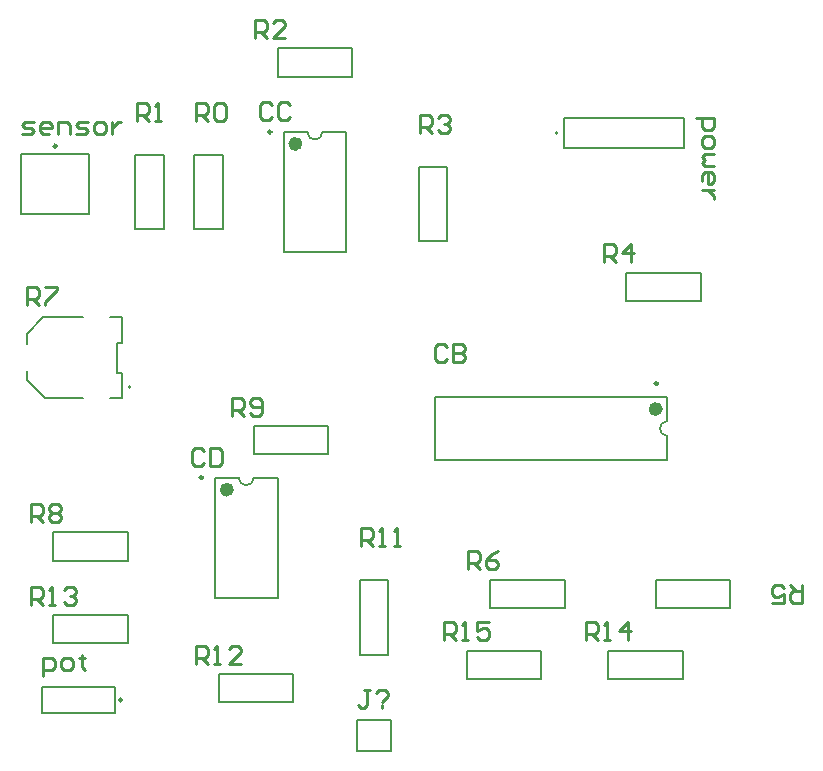
<source format=gto>
G04*
G04 #@! TF.GenerationSoftware,Altium Limited,Altium Designer,23.1.1 (15)*
G04*
G04 Layer_Color=65535*
%FSLAX44Y44*%
%MOMM*%
G71*
G04*
G04 #@! TF.SameCoordinates,A873AAFA-6C65-4712-A0E8-E9F7B2878B64*
G04*
G04*
G04 #@! TF.FilePolarity,Positive*
G04*
G01*
G75*
%ADD10C,0.6000*%
%ADD11C,0.2500*%
%ADD12C,0.2000*%
%ADD13C,0.1270*%
%ADD14C,0.2540*%
D10*
X571500Y336500D02*
G03*
X571500Y336500I-3000J0D01*
G01*
X208400Y268300D02*
G03*
X208400Y268300I-3000J0D01*
G01*
X266500Y561000D02*
G03*
X266500Y561000I-3000J0D01*
G01*
D11*
X570450Y358100D02*
G03*
X570450Y358100I-1250J0D01*
G01*
X185050Y278400D02*
G03*
X185050Y278400I-1250J0D01*
G01*
X61250Y559200D02*
G03*
X61250Y559200I-1250J0D01*
G01*
X243150Y571100D02*
G03*
X243150Y571100I-1250J0D01*
G01*
X116750Y90250D02*
G03*
X116750Y90250I-1250J0D01*
G01*
D12*
X578500Y326350D02*
G03*
X578500Y313650I0J-6350D01*
G01*
X215550Y278300D02*
G03*
X228250Y278300I6350J0D01*
G01*
X485600Y570000D02*
G03*
X485600Y570000I-1000J0D01*
G01*
X273650Y571000D02*
G03*
X286350Y571000I6350J0D01*
G01*
X124000Y355000D02*
G03*
X124000Y355000I-1000J0D01*
G01*
X381500Y293500D02*
Y346500D01*
X578500Y293500D02*
Y313650D01*
Y326350D02*
Y346500D01*
X381500Y293500D02*
X578500D01*
X381500Y346500D02*
X578500D01*
X195400Y176300D02*
X248400D01*
X228250Y278300D02*
X248400D01*
X195400D02*
X215550D01*
X248400Y176300D02*
Y278300D01*
X195400Y176300D02*
Y278300D01*
X228500Y298000D02*
Y322000D01*
X291500D01*
X228500Y298000D02*
X291500D01*
Y322000D01*
X528500Y108000D02*
Y132000D01*
X591500D01*
X528500Y108000D02*
X591500D01*
Y132000D01*
X491100Y557300D02*
X592700D01*
X491100Y582700D02*
X592700D01*
Y557300D02*
Y582700D01*
X491100Y557300D02*
Y582700D01*
X31000Y552700D02*
X89000D01*
Y501900D02*
Y552700D01*
X31000Y501900D02*
Y552700D01*
Y501900D02*
X89000D01*
X368000Y541500D02*
X392000D01*
Y478500D02*
Y541500D01*
X368000Y478500D02*
Y541500D01*
Y478500D02*
X392000D01*
X606500Y428000D02*
Y452000D01*
X543500Y428000D02*
X606500D01*
X543500Y452000D02*
X606500D01*
X543500Y428000D02*
Y452000D01*
X253500Y469000D02*
X306500D01*
X286350Y571000D02*
X306500D01*
X253500D02*
X273650D01*
X306500Y469000D02*
Y571000D01*
X253500Y469000D02*
Y571000D01*
X178000Y551500D02*
X202000D01*
Y488500D02*
Y551500D01*
X178000Y488500D02*
Y551500D01*
Y488500D02*
X202000D01*
X198500Y88000D02*
Y112000D01*
X261500D01*
X198500Y88000D02*
X261500D01*
Y112000D01*
X408500Y108000D02*
Y132000D01*
X471500D01*
X408500Y108000D02*
X471500D01*
Y132000D01*
X318000Y191500D02*
X342000D01*
Y128500D02*
Y191500D01*
X318000Y128500D02*
Y191500D01*
Y128500D02*
X342000D01*
X491500Y168000D02*
Y192000D01*
X428500Y168000D02*
X491500D01*
X428500Y192000D02*
X491500D01*
X428500Y168000D02*
Y192000D01*
X311500Y618000D02*
Y642000D01*
X248500Y618000D02*
X311500D01*
X248500Y642000D02*
X311500D01*
X248500Y618000D02*
Y642000D01*
X631500Y168000D02*
Y192000D01*
X568500Y168000D02*
X631500D01*
X568500Y192000D02*
X631500D01*
X568500Y168000D02*
Y192000D01*
X315800Y46550D02*
X344200D01*
X315800D02*
Y73450D01*
X344200D01*
Y46550D02*
Y73450D01*
X128000Y551500D02*
X152000D01*
Y488500D02*
Y551500D01*
X128000Y488500D02*
Y551500D01*
Y488500D02*
X152000D01*
X121500Y138000D02*
Y162000D01*
X58500Y138000D02*
X121500D01*
X58500Y162000D02*
X121500D01*
X58500Y138000D02*
Y162000D01*
X121500Y208000D02*
Y232000D01*
X58500Y208000D02*
X121500D01*
X58500Y232000D02*
X121500D01*
X58500Y208000D02*
Y232000D01*
X49000Y79000D02*
X111000D01*
X49000D02*
Y101000D01*
X111000D01*
Y79000D02*
Y101000D01*
D13*
X106450Y345950D02*
X117000D01*
Y367300D01*
X112500D02*
X117000D01*
X112500D02*
Y392700D01*
X117000D01*
Y414050D01*
X106450D02*
X117000D01*
X51400Y345950D02*
X83550D01*
X36000Y361300D02*
X51400Y345950D01*
X36000Y361300D02*
Y368500D01*
Y391500D02*
Y400000D01*
X50000Y414050D01*
X83550D01*
D14*
X391461Y389184D02*
X388922Y391723D01*
X383843D01*
X381304Y389184D01*
Y379027D01*
X383843Y376488D01*
X388922D01*
X391461Y379027D01*
X396539Y391723D02*
Y376488D01*
X404157D01*
X406696Y379027D01*
Y381566D01*
X404157Y384105D01*
X396539D01*
X404157D01*
X406696Y386645D01*
Y389184D01*
X404157Y391723D01*
X396539D01*
X185721Y301300D02*
X183181Y303839D01*
X178103D01*
X175564Y301300D01*
Y291143D01*
X178103Y288604D01*
X183181D01*
X185721Y291143D01*
X190799Y303839D02*
Y288604D01*
X198417D01*
X200956Y291143D01*
Y301300D01*
X198417Y303839D01*
X190799D01*
X209600Y330768D02*
Y346003D01*
X217218D01*
X219757Y343464D01*
Y338386D01*
X217218Y335846D01*
X209600D01*
X214678D02*
X219757Y330768D01*
X224835Y333307D02*
X227374Y330768D01*
X232453D01*
X234992Y333307D01*
Y343464D01*
X232453Y346003D01*
X227374D01*
X224835Y343464D01*
Y340925D01*
X227374Y338386D01*
X234992D01*
X602989Y582827D02*
X618224D01*
Y575210D01*
X615685Y572670D01*
X610606D01*
X608067Y575210D01*
Y582827D01*
Y565053D02*
Y559974D01*
X610606Y557435D01*
X615685D01*
X618224Y559974D01*
Y565053D01*
X615685Y567592D01*
X610606D01*
X608067Y565053D01*
X618224Y552357D02*
X610606D01*
X608067Y549818D01*
X610606Y547279D01*
X608067Y544739D01*
X610606Y542200D01*
X618224D01*
X608067Y529504D02*
Y534583D01*
X610606Y537122D01*
X615685D01*
X618224Y534583D01*
Y529504D01*
X615685Y526965D01*
X613145D01*
Y537122D01*
X618224Y521887D02*
X608067D01*
X613145D01*
X615685Y519347D01*
X618224Y516808D01*
Y514269D01*
X326314Y98476D02*
X321235D01*
X323774D01*
Y85780D01*
X321235Y83241D01*
X318696D01*
X316157Y85780D01*
X331392Y95937D02*
X333931Y98476D01*
X339010D01*
X341549Y95937D01*
Y93398D01*
X336470Y88319D01*
Y85780D02*
Y83241D01*
X32308Y569274D02*
X39925D01*
X42465Y571813D01*
X39925Y574352D01*
X34847D01*
X32308Y576892D01*
X34847Y579431D01*
X42465D01*
X55161Y569274D02*
X50082D01*
X47543Y571813D01*
Y576892D01*
X50082Y579431D01*
X55161D01*
X57700Y576892D01*
Y574352D01*
X47543D01*
X62778Y569274D02*
Y579431D01*
X70396D01*
X72935Y576892D01*
Y569274D01*
X78013D02*
X85631D01*
X88170Y571813D01*
X85631Y574352D01*
X80552D01*
X78013Y576892D01*
X80552Y579431D01*
X88170D01*
X95787Y569274D02*
X100866D01*
X103405Y571813D01*
Y576892D01*
X100866Y579431D01*
X95787D01*
X93248Y576892D01*
Y571813D01*
X95787Y569274D01*
X108483Y579431D02*
Y569274D01*
Y574352D01*
X111023Y576892D01*
X113562Y579431D01*
X116101D01*
X389432Y140776D02*
Y156011D01*
X397049D01*
X399589Y153472D01*
Y148393D01*
X397049Y145854D01*
X389432D01*
X394510D02*
X399589Y140776D01*
X404667D02*
X409745D01*
X407206D01*
Y156011D01*
X404667Y153472D01*
X427520Y156011D02*
X417363D01*
Y148393D01*
X422441Y150933D01*
X424981D01*
X427520Y148393D01*
Y143315D01*
X424981Y140776D01*
X419902D01*
X417363Y143315D01*
X509574Y140776D02*
Y156011D01*
X517192D01*
X519731Y153472D01*
Y148393D01*
X517192Y145854D01*
X509574D01*
X514652D02*
X519731Y140776D01*
X524809D02*
X529887D01*
X527348D01*
Y156011D01*
X524809Y153472D01*
X545122Y140776D02*
Y156011D01*
X537505Y148393D01*
X547662D01*
X39420Y170748D02*
Y185983D01*
X47038D01*
X49577Y183444D01*
Y178365D01*
X47038Y175826D01*
X39420D01*
X44498D02*
X49577Y170748D01*
X54655D02*
X59733D01*
X57194D01*
Y185983D01*
X54655Y183444D01*
X67351D02*
X69890Y185983D01*
X74969D01*
X77508Y183444D01*
Y180905D01*
X74969Y178365D01*
X72429D01*
X74969D01*
X77508Y175826D01*
Y173287D01*
X74969Y170748D01*
X69890D01*
X67351Y173287D01*
X179628Y120964D02*
Y136199D01*
X187246D01*
X189785Y133660D01*
Y128581D01*
X187246Y126042D01*
X179628D01*
X184706D02*
X189785Y120964D01*
X194863D02*
X199941D01*
X197402D01*
Y136199D01*
X194863Y133660D01*
X217716Y120964D02*
X207559D01*
X217716Y131121D01*
Y133660D01*
X215177Y136199D01*
X210098D01*
X207559Y133660D01*
X319328Y220532D02*
Y235767D01*
X326945D01*
X329485Y233228D01*
Y228150D01*
X326945Y225610D01*
X319328D01*
X324406D02*
X329485Y220532D01*
X334563D02*
X339641D01*
X337102D01*
Y235767D01*
X334563Y233228D01*
X347259Y220532D02*
X352337D01*
X349798D01*
Y235767D01*
X347259Y233228D01*
X39420Y240852D02*
Y256087D01*
X47038D01*
X49577Y253548D01*
Y248470D01*
X47038Y245930D01*
X39420D01*
X44498D02*
X49577Y240852D01*
X54655Y253548D02*
X57194Y256087D01*
X62273D01*
X64812Y253548D01*
Y251009D01*
X62273Y248470D01*
X64812Y245930D01*
Y243391D01*
X62273Y240852D01*
X57194D01*
X54655Y243391D01*
Y245930D01*
X57194Y248470D01*
X54655Y251009D01*
Y253548D01*
X57194Y248470D02*
X62273D01*
X35864Y424494D02*
Y439729D01*
X43481D01*
X46021Y437190D01*
Y432112D01*
X43481Y429572D01*
X35864D01*
X40942D02*
X46021Y424494D01*
X51099Y439729D02*
X61256D01*
Y437190D01*
X51099Y427033D01*
Y424494D01*
X409498Y200974D02*
Y216209D01*
X417116D01*
X419655Y213670D01*
Y208591D01*
X417116Y206052D01*
X409498D01*
X414576D02*
X419655Y200974D01*
X434890Y216209D02*
X429811Y213670D01*
X424733Y208591D01*
Y203513D01*
X427272Y200974D01*
X432351D01*
X434890Y203513D01*
Y206052D01*
X432351Y208591D01*
X424733D01*
X692696Y187617D02*
Y172382D01*
X685078D01*
X682539Y174922D01*
Y180000D01*
X685078Y182539D01*
X692696D01*
X687617D02*
X682539Y187617D01*
X667304Y172382D02*
X677461D01*
Y180000D01*
X672383Y177461D01*
X669843D01*
X667304Y180000D01*
Y185078D01*
X669843Y187617D01*
X674922D01*
X677461Y185078D01*
X524560Y460816D02*
Y476051D01*
X532178D01*
X534717Y473512D01*
Y468433D01*
X532178Y465894D01*
X524560D01*
X529638D02*
X534717Y460816D01*
X547413D02*
Y476051D01*
X539795Y468433D01*
X549952D01*
X369366Y570544D02*
Y585779D01*
X376983D01*
X379523Y583240D01*
Y578162D01*
X376983Y575622D01*
X369366D01*
X374444D02*
X379523Y570544D01*
X384601Y583240D02*
X387140Y585779D01*
X392219D01*
X394758Y583240D01*
Y580701D01*
X392219Y578162D01*
X389679D01*
X392219D01*
X394758Y575622D01*
Y573083D01*
X392219Y570544D01*
X387140D01*
X384601Y573083D01*
X229666Y650808D02*
Y666043D01*
X237283D01*
X239823Y663504D01*
Y658426D01*
X237283Y655886D01*
X229666D01*
X234744D02*
X239823Y650808D01*
X255058D02*
X244901D01*
X255058Y660965D01*
Y663504D01*
X252519Y666043D01*
X247440D01*
X244901Y663504D01*
X129336Y580704D02*
Y595939D01*
X136953D01*
X139493Y593400D01*
Y588321D01*
X136953Y585782D01*
X129336D01*
X134414D02*
X139493Y580704D01*
X144571D02*
X149649D01*
X147110D01*
Y595939D01*
X144571Y593400D01*
X179374Y580704D02*
Y595939D01*
X186992D01*
X189531Y593400D01*
Y588321D01*
X186992Y585782D01*
X179374D01*
X184452D02*
X189531Y580704D01*
X194609Y593400D02*
X197148Y595939D01*
X202227D01*
X204766Y593400D01*
Y583243D01*
X202227Y580704D01*
X197148D01*
X194609Y583243D01*
Y593400D01*
X49580Y110552D02*
Y125787D01*
X57197D01*
X59737Y123247D01*
Y118169D01*
X57197Y115630D01*
X49580D01*
X67354D02*
X72433D01*
X74972Y118169D01*
Y123247D01*
X72433Y125787D01*
X67354D01*
X64815Y123247D01*
Y118169D01*
X67354Y115630D01*
X82589Y128326D02*
Y125787D01*
X80050D01*
X85128D01*
X82589D01*
Y118169D01*
X85128Y115630D01*
X243887Y594162D02*
X241348Y596701D01*
X236269D01*
X233730Y594162D01*
Y584005D01*
X236269Y581466D01*
X241348D01*
X243887Y584005D01*
X259122Y594162D02*
X256583Y596701D01*
X251504D01*
X248965Y594162D01*
Y584005D01*
X251504Y581466D01*
X256583D01*
X259122Y584005D01*
M02*

</source>
